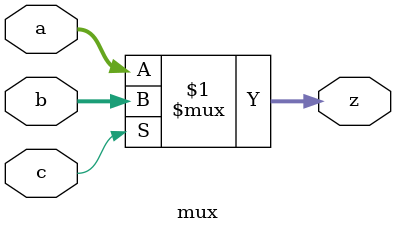
<source format=v>
module mux (z, a, b, c);
    parameter        N = 16;
    output    [N-1:0]z;
    input     [N-1:0]a;
    input     [N-1:0]b;
    input            c;

    assign z = c? b : a;
endmodule

</source>
